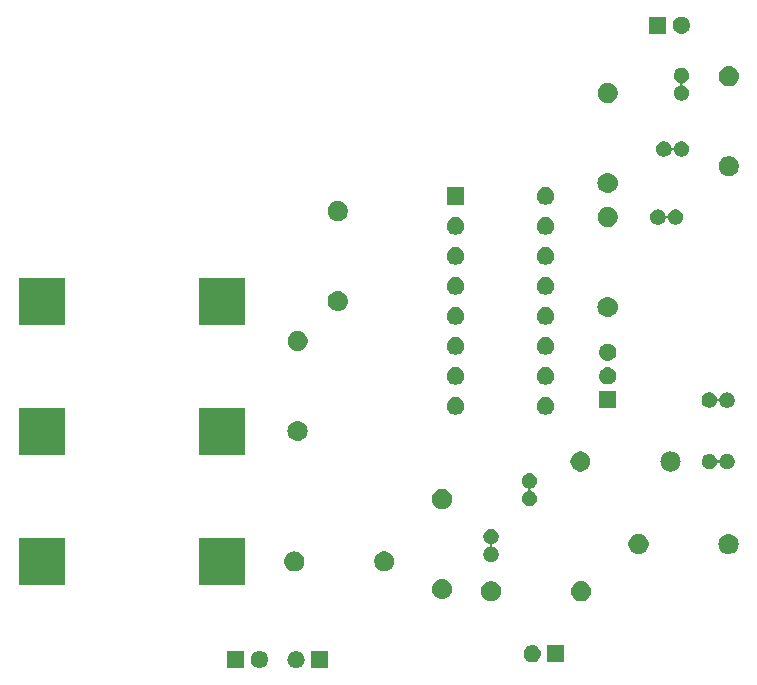
<source format=gbs>
G04 #@! TF.GenerationSoftware,KiCad,Pcbnew,(5.0.2)-1*
G04 #@! TF.CreationDate,2019-03-08T12:48:48+01:00*
G04 #@! TF.ProjectId,ECG_final,4543475f-6669-46e6-916c-2e6b69636164,rev?*
G04 #@! TF.SameCoordinates,Original*
G04 #@! TF.FileFunction,Soldermask,Bot*
G04 #@! TF.FilePolarity,Negative*
%FSLAX46Y46*%
G04 Gerber Fmt 4.6, Leading zero omitted, Abs format (unit mm)*
G04 Created by KiCad (PCBNEW (5.0.2)-1) date 08/03/2019 12:48:48*
%MOMM*%
%LPD*%
G01*
G04 APERTURE LIST*
%ADD10C,0.100000*%
G04 APERTURE END LIST*
D10*
G36*
X137096000Y-97191000D02*
X135644000Y-97191000D01*
X135644000Y-95739000D01*
X137096000Y-95739000D01*
X137096000Y-97191000D01*
X137096000Y-97191000D01*
G37*
G36*
X134426991Y-95741101D02*
X134512321Y-95749505D01*
X134649172Y-95791019D01*
X134649174Y-95791020D01*
X134649177Y-95791021D01*
X134775296Y-95858432D01*
X134885843Y-95949157D01*
X134976568Y-96059704D01*
X135043979Y-96185823D01*
X135043980Y-96185826D01*
X135043981Y-96185828D01*
X135085495Y-96322679D01*
X135099512Y-96465000D01*
X135085495Y-96607321D01*
X135043981Y-96744172D01*
X135043979Y-96744177D01*
X134976568Y-96870296D01*
X134885843Y-96980843D01*
X134775296Y-97071568D01*
X134649177Y-97138979D01*
X134649174Y-97138980D01*
X134649172Y-97138981D01*
X134512321Y-97180495D01*
X134426991Y-97188899D01*
X134405660Y-97191000D01*
X134334340Y-97191000D01*
X134313009Y-97188899D01*
X134227679Y-97180495D01*
X134090828Y-97138981D01*
X134090826Y-97138980D01*
X134090823Y-97138979D01*
X133964704Y-97071568D01*
X133854157Y-96980843D01*
X133763432Y-96870296D01*
X133696021Y-96744177D01*
X133696019Y-96744172D01*
X133654505Y-96607321D01*
X133640488Y-96465000D01*
X133654505Y-96322679D01*
X133696019Y-96185828D01*
X133696020Y-96185826D01*
X133696021Y-96185823D01*
X133763432Y-96059704D01*
X133854157Y-95949157D01*
X133964704Y-95858432D01*
X134090823Y-95791021D01*
X134090826Y-95791020D01*
X134090828Y-95791019D01*
X134227679Y-95749505D01*
X134313009Y-95741101D01*
X134334340Y-95739000D01*
X134405660Y-95739000D01*
X134426991Y-95741101D01*
X134426991Y-95741101D01*
G37*
G36*
X131326991Y-95741101D02*
X131412321Y-95749505D01*
X131549172Y-95791019D01*
X131549174Y-95791020D01*
X131549177Y-95791021D01*
X131675296Y-95858432D01*
X131785843Y-95949157D01*
X131876568Y-96059704D01*
X131943979Y-96185823D01*
X131943980Y-96185826D01*
X131943981Y-96185828D01*
X131985495Y-96322679D01*
X131999512Y-96465000D01*
X131985495Y-96607321D01*
X131943981Y-96744172D01*
X131943979Y-96744177D01*
X131876568Y-96870296D01*
X131785843Y-96980843D01*
X131675296Y-97071568D01*
X131549177Y-97138979D01*
X131549174Y-97138980D01*
X131549172Y-97138981D01*
X131412321Y-97180495D01*
X131326991Y-97188899D01*
X131305660Y-97191000D01*
X131234340Y-97191000D01*
X131213009Y-97188899D01*
X131127679Y-97180495D01*
X130990828Y-97138981D01*
X130990826Y-97138980D01*
X130990823Y-97138979D01*
X130864704Y-97071568D01*
X130754157Y-96980843D01*
X130663432Y-96870296D01*
X130596021Y-96744177D01*
X130596019Y-96744172D01*
X130554505Y-96607321D01*
X130540488Y-96465000D01*
X130554505Y-96322679D01*
X130596019Y-96185828D01*
X130596020Y-96185826D01*
X130596021Y-96185823D01*
X130663432Y-96059704D01*
X130754157Y-95949157D01*
X130864704Y-95858432D01*
X130990823Y-95791021D01*
X130990826Y-95791020D01*
X130990828Y-95791019D01*
X131127679Y-95749505D01*
X131213009Y-95741101D01*
X131234340Y-95739000D01*
X131305660Y-95739000D01*
X131326991Y-95741101D01*
X131326991Y-95741101D01*
G37*
G36*
X129996000Y-97191000D02*
X128544000Y-97191000D01*
X128544000Y-95739000D01*
X129996000Y-95739000D01*
X129996000Y-97191000D01*
X129996000Y-97191000D01*
G37*
G36*
X154426991Y-95246101D02*
X154512321Y-95254505D01*
X154649172Y-95296019D01*
X154649174Y-95296020D01*
X154649177Y-95296021D01*
X154775296Y-95363432D01*
X154885843Y-95454157D01*
X154976568Y-95564704D01*
X155043979Y-95690823D01*
X155043980Y-95690826D01*
X155043981Y-95690828D01*
X155085495Y-95827679D01*
X155099512Y-95970000D01*
X155085495Y-96112321D01*
X155043981Y-96249172D01*
X155043979Y-96249177D01*
X154976568Y-96375296D01*
X154885843Y-96485843D01*
X154775296Y-96576568D01*
X154649177Y-96643979D01*
X154649174Y-96643980D01*
X154649172Y-96643981D01*
X154512321Y-96685495D01*
X154426991Y-96693899D01*
X154405660Y-96696000D01*
X154334340Y-96696000D01*
X154313009Y-96693899D01*
X154227679Y-96685495D01*
X154090828Y-96643981D01*
X154090826Y-96643980D01*
X154090823Y-96643979D01*
X153964704Y-96576568D01*
X153854157Y-96485843D01*
X153763432Y-96375296D01*
X153696021Y-96249177D01*
X153696019Y-96249172D01*
X153654505Y-96112321D01*
X153640488Y-95970000D01*
X153654505Y-95827679D01*
X153696019Y-95690828D01*
X153696020Y-95690826D01*
X153696021Y-95690823D01*
X153763432Y-95564704D01*
X153854157Y-95454157D01*
X153964704Y-95363432D01*
X154090823Y-95296021D01*
X154090826Y-95296020D01*
X154090828Y-95296019D01*
X154227679Y-95254505D01*
X154313009Y-95246101D01*
X154334340Y-95244000D01*
X154405660Y-95244000D01*
X154426991Y-95246101D01*
X154426991Y-95246101D01*
G37*
G36*
X157096000Y-96696000D02*
X155644000Y-96696000D01*
X155644000Y-95244000D01*
X157096000Y-95244000D01*
X157096000Y-96696000D01*
X157096000Y-96696000D01*
G37*
G36*
X151128228Y-89861703D02*
X151283100Y-89925853D01*
X151422481Y-90018985D01*
X151541015Y-90137519D01*
X151634147Y-90276900D01*
X151698297Y-90431772D01*
X151731000Y-90596184D01*
X151731000Y-90763816D01*
X151698297Y-90928228D01*
X151634147Y-91083100D01*
X151541015Y-91222481D01*
X151422481Y-91341015D01*
X151283100Y-91434147D01*
X151128228Y-91498297D01*
X150963816Y-91531000D01*
X150796184Y-91531000D01*
X150631772Y-91498297D01*
X150476900Y-91434147D01*
X150337519Y-91341015D01*
X150218985Y-91222481D01*
X150125853Y-91083100D01*
X150061703Y-90928228D01*
X150029000Y-90763816D01*
X150029000Y-90596184D01*
X150061703Y-90431772D01*
X150125853Y-90276900D01*
X150218985Y-90137519D01*
X150337519Y-90018985D01*
X150476900Y-89925853D01*
X150631772Y-89861703D01*
X150796184Y-89829000D01*
X150963816Y-89829000D01*
X151128228Y-89861703D01*
X151128228Y-89861703D01*
G37*
G36*
X158666821Y-89841313D02*
X158666824Y-89841314D01*
X158666825Y-89841314D01*
X158827239Y-89889975D01*
X158827241Y-89889976D01*
X158827244Y-89889977D01*
X158975078Y-89968995D01*
X159104659Y-90075341D01*
X159211005Y-90204922D01*
X159290023Y-90352756D01*
X159290024Y-90352759D01*
X159290025Y-90352761D01*
X159331656Y-90490000D01*
X159338687Y-90513179D01*
X159355117Y-90680000D01*
X159338687Y-90846821D01*
X159338686Y-90846824D01*
X159338686Y-90846825D01*
X159313993Y-90928228D01*
X159290023Y-91007244D01*
X159211005Y-91155078D01*
X159104659Y-91284659D01*
X158975078Y-91391005D01*
X158827244Y-91470023D01*
X158827241Y-91470024D01*
X158827239Y-91470025D01*
X158666825Y-91518686D01*
X158666824Y-91518686D01*
X158666821Y-91518687D01*
X158541804Y-91531000D01*
X158458196Y-91531000D01*
X158333179Y-91518687D01*
X158333176Y-91518686D01*
X158333175Y-91518686D01*
X158172761Y-91470025D01*
X158172759Y-91470024D01*
X158172756Y-91470023D01*
X158024922Y-91391005D01*
X157895341Y-91284659D01*
X157788995Y-91155078D01*
X157709977Y-91007244D01*
X157686008Y-90928228D01*
X157661314Y-90846825D01*
X157661314Y-90846824D01*
X157661313Y-90846821D01*
X157644883Y-90680000D01*
X157661313Y-90513179D01*
X157668344Y-90490000D01*
X157709975Y-90352761D01*
X157709976Y-90352759D01*
X157709977Y-90352756D01*
X157788995Y-90204922D01*
X157895341Y-90075341D01*
X158024922Y-89968995D01*
X158172756Y-89889977D01*
X158172759Y-89889976D01*
X158172761Y-89889975D01*
X158333175Y-89841314D01*
X158333176Y-89841314D01*
X158333179Y-89841313D01*
X158458196Y-89829000D01*
X158541804Y-89829000D01*
X158666821Y-89841313D01*
X158666821Y-89841313D01*
G37*
G36*
X146896821Y-89651313D02*
X146896824Y-89651314D01*
X146896825Y-89651314D01*
X147057239Y-89699975D01*
X147057241Y-89699976D01*
X147057244Y-89699977D01*
X147205078Y-89778995D01*
X147334659Y-89885341D01*
X147441005Y-90014922D01*
X147520023Y-90162756D01*
X147520024Y-90162759D01*
X147520025Y-90162761D01*
X147568686Y-90323175D01*
X147568687Y-90323179D01*
X147585117Y-90490000D01*
X147568687Y-90656821D01*
X147568686Y-90656824D01*
X147568686Y-90656825D01*
X147536231Y-90763816D01*
X147520023Y-90817244D01*
X147441005Y-90965078D01*
X147334659Y-91094659D01*
X147205078Y-91201005D01*
X147057244Y-91280023D01*
X147057241Y-91280024D01*
X147057239Y-91280025D01*
X146896825Y-91328686D01*
X146896824Y-91328686D01*
X146896821Y-91328687D01*
X146771804Y-91341000D01*
X146688196Y-91341000D01*
X146563179Y-91328687D01*
X146563176Y-91328686D01*
X146563175Y-91328686D01*
X146402761Y-91280025D01*
X146402759Y-91280024D01*
X146402756Y-91280023D01*
X146254922Y-91201005D01*
X146125341Y-91094659D01*
X146018995Y-90965078D01*
X145939977Y-90817244D01*
X145923770Y-90763816D01*
X145891314Y-90656825D01*
X145891314Y-90656824D01*
X145891313Y-90656821D01*
X145874883Y-90490000D01*
X145891313Y-90323179D01*
X145891314Y-90323175D01*
X145939975Y-90162761D01*
X145939976Y-90162759D01*
X145939977Y-90162756D01*
X146018995Y-90014922D01*
X146125341Y-89885341D01*
X146254922Y-89778995D01*
X146402756Y-89699977D01*
X146402759Y-89699976D01*
X146402761Y-89699975D01*
X146563175Y-89651314D01*
X146563176Y-89651314D01*
X146563179Y-89651313D01*
X146688196Y-89639000D01*
X146771804Y-89639000D01*
X146896821Y-89651313D01*
X146896821Y-89651313D01*
G37*
G36*
X130086800Y-90116000D02*
X126174800Y-90116000D01*
X126174800Y-86204000D01*
X130086800Y-86204000D01*
X130086800Y-90116000D01*
X130086800Y-90116000D01*
G37*
G36*
X114796000Y-90116000D02*
X110884000Y-90116000D01*
X110884000Y-86204000D01*
X114796000Y-86204000D01*
X114796000Y-90116000D01*
X114796000Y-90116000D01*
G37*
G36*
X142088228Y-87341703D02*
X142243100Y-87405853D01*
X142382481Y-87498985D01*
X142501015Y-87617519D01*
X142594147Y-87756900D01*
X142658297Y-87911772D01*
X142691000Y-88076184D01*
X142691000Y-88243816D01*
X142658297Y-88408228D01*
X142594147Y-88563100D01*
X142501015Y-88702481D01*
X142382481Y-88821015D01*
X142243100Y-88914147D01*
X142088228Y-88978297D01*
X141923816Y-89011000D01*
X141756184Y-89011000D01*
X141591772Y-88978297D01*
X141436900Y-88914147D01*
X141297519Y-88821015D01*
X141178985Y-88702481D01*
X141085853Y-88563100D01*
X141021703Y-88408228D01*
X140989000Y-88243816D01*
X140989000Y-88076184D01*
X141021703Y-87911772D01*
X141085853Y-87756900D01*
X141178985Y-87617519D01*
X141297519Y-87498985D01*
X141436900Y-87405853D01*
X141591772Y-87341703D01*
X141756184Y-87309000D01*
X141923816Y-87309000D01*
X142088228Y-87341703D01*
X142088228Y-87341703D01*
G37*
G36*
X134386821Y-87321313D02*
X134386824Y-87321314D01*
X134386825Y-87321314D01*
X134547239Y-87369975D01*
X134547241Y-87369976D01*
X134547244Y-87369977D01*
X134695078Y-87448995D01*
X134824659Y-87555341D01*
X134931005Y-87684922D01*
X135010023Y-87832756D01*
X135010024Y-87832759D01*
X135010025Y-87832761D01*
X135050137Y-87964992D01*
X135058687Y-87993179D01*
X135075117Y-88160000D01*
X135058687Y-88326821D01*
X135058686Y-88326824D01*
X135058686Y-88326825D01*
X135033993Y-88408228D01*
X135010023Y-88487244D01*
X134931005Y-88635078D01*
X134824659Y-88764659D01*
X134695078Y-88871005D01*
X134547244Y-88950023D01*
X134547241Y-88950024D01*
X134547239Y-88950025D01*
X134386825Y-88998686D01*
X134386824Y-88998686D01*
X134386821Y-88998687D01*
X134261804Y-89011000D01*
X134178196Y-89011000D01*
X134053179Y-88998687D01*
X134053176Y-88998686D01*
X134053175Y-88998686D01*
X133892761Y-88950025D01*
X133892759Y-88950024D01*
X133892756Y-88950023D01*
X133744922Y-88871005D01*
X133615341Y-88764659D01*
X133508995Y-88635078D01*
X133429977Y-88487244D01*
X133406008Y-88408228D01*
X133381314Y-88326825D01*
X133381314Y-88326824D01*
X133381313Y-88326821D01*
X133364883Y-88160000D01*
X133381313Y-87993179D01*
X133389863Y-87964992D01*
X133429975Y-87832761D01*
X133429976Y-87832759D01*
X133429977Y-87832756D01*
X133508995Y-87684922D01*
X133615341Y-87555341D01*
X133744922Y-87448995D01*
X133892756Y-87369977D01*
X133892759Y-87369976D01*
X133892761Y-87369975D01*
X134053175Y-87321314D01*
X134053176Y-87321314D01*
X134053179Y-87321313D01*
X134178196Y-87309000D01*
X134261804Y-87309000D01*
X134386821Y-87321313D01*
X134386821Y-87321313D01*
G37*
G36*
X151069890Y-85424017D02*
X151188361Y-85473089D01*
X151294992Y-85544338D01*
X151385662Y-85635008D01*
X151456911Y-85741639D01*
X151505983Y-85860110D01*
X151531000Y-85985881D01*
X151531000Y-86114119D01*
X151505983Y-86239890D01*
X151456911Y-86358361D01*
X151456909Y-86358364D01*
X151398064Y-86446432D01*
X151385662Y-86464992D01*
X151294992Y-86555662D01*
X151188361Y-86626911D01*
X151069890Y-86675983D01*
X151062753Y-86677403D01*
X151039306Y-86684515D01*
X151017695Y-86696066D01*
X150998753Y-86711611D01*
X150983208Y-86730553D01*
X150971656Y-86752164D01*
X150964543Y-86775613D01*
X150962141Y-86799999D01*
X150964543Y-86824386D01*
X150971656Y-86847835D01*
X150983207Y-86869446D01*
X150998752Y-86888388D01*
X151017694Y-86903933D01*
X151039305Y-86915485D01*
X151062753Y-86922597D01*
X151069890Y-86924017D01*
X151188361Y-86973089D01*
X151188364Y-86973091D01*
X151261418Y-87021904D01*
X151294992Y-87044338D01*
X151385662Y-87135008D01*
X151456911Y-87241639D01*
X151505983Y-87360110D01*
X151531000Y-87485881D01*
X151531000Y-87614119D01*
X151505983Y-87739890D01*
X151456911Y-87858361D01*
X151385662Y-87964992D01*
X151294992Y-88055662D01*
X151188361Y-88126911D01*
X151069890Y-88175983D01*
X150944119Y-88201000D01*
X150815881Y-88201000D01*
X150690110Y-88175983D01*
X150571639Y-88126911D01*
X150465008Y-88055662D01*
X150374338Y-87964992D01*
X150303089Y-87858361D01*
X150254017Y-87739890D01*
X150229000Y-87614119D01*
X150229000Y-87485881D01*
X150254017Y-87360110D01*
X150303089Y-87241639D01*
X150374338Y-87135008D01*
X150465008Y-87044338D01*
X150498583Y-87021904D01*
X150571636Y-86973091D01*
X150571639Y-86973089D01*
X150690110Y-86924017D01*
X150697247Y-86922597D01*
X150720694Y-86915485D01*
X150742305Y-86903934D01*
X150761247Y-86888389D01*
X150776792Y-86869447D01*
X150788344Y-86847836D01*
X150795457Y-86824387D01*
X150797859Y-86800001D01*
X150795457Y-86775614D01*
X150788344Y-86752165D01*
X150776793Y-86730554D01*
X150761248Y-86711612D01*
X150742306Y-86696067D01*
X150720695Y-86684515D01*
X150697247Y-86677403D01*
X150690110Y-86675983D01*
X150571639Y-86626911D01*
X150465008Y-86555662D01*
X150374338Y-86464992D01*
X150361937Y-86446432D01*
X150303091Y-86358364D01*
X150303089Y-86358361D01*
X150254017Y-86239890D01*
X150229000Y-86114119D01*
X150229000Y-85985881D01*
X150254017Y-85860110D01*
X150303089Y-85741639D01*
X150374338Y-85635008D01*
X150465008Y-85544338D01*
X150571639Y-85473089D01*
X150690110Y-85424017D01*
X150815881Y-85399000D01*
X150944119Y-85399000D01*
X151069890Y-85424017D01*
X151069890Y-85424017D01*
G37*
G36*
X171149910Y-85855973D02*
X171149913Y-85855974D01*
X171149914Y-85855974D01*
X171310328Y-85904635D01*
X171310330Y-85904636D01*
X171310333Y-85904637D01*
X171458167Y-85983655D01*
X171587748Y-86090001D01*
X171694094Y-86219582D01*
X171773112Y-86367416D01*
X171773113Y-86367419D01*
X171773114Y-86367421D01*
X171821775Y-86527835D01*
X171821776Y-86527839D01*
X171838206Y-86694660D01*
X171821776Y-86861481D01*
X171821775Y-86861484D01*
X171821775Y-86861485D01*
X171787920Y-86973091D01*
X171773112Y-87021904D01*
X171694094Y-87169738D01*
X171587748Y-87299319D01*
X171458167Y-87405665D01*
X171310333Y-87484683D01*
X171310330Y-87484684D01*
X171310328Y-87484685D01*
X171149914Y-87533346D01*
X171149913Y-87533346D01*
X171149910Y-87533347D01*
X171024893Y-87545660D01*
X170941285Y-87545660D01*
X170816268Y-87533347D01*
X170816265Y-87533346D01*
X170816264Y-87533346D01*
X170655850Y-87484685D01*
X170655848Y-87484684D01*
X170655845Y-87484683D01*
X170508011Y-87405665D01*
X170378430Y-87299319D01*
X170272084Y-87169738D01*
X170193066Y-87021904D01*
X170178259Y-86973091D01*
X170144403Y-86861485D01*
X170144403Y-86861484D01*
X170144402Y-86861481D01*
X170127972Y-86694660D01*
X170144402Y-86527839D01*
X170144403Y-86527835D01*
X170193064Y-86367421D01*
X170193065Y-86367419D01*
X170193066Y-86367416D01*
X170272084Y-86219582D01*
X170378430Y-86090001D01*
X170508011Y-85983655D01*
X170655845Y-85904637D01*
X170655848Y-85904636D01*
X170655850Y-85904635D01*
X170816264Y-85855974D01*
X170816265Y-85855974D01*
X170816268Y-85855973D01*
X170941285Y-85843660D01*
X171024893Y-85843660D01*
X171149910Y-85855973D01*
X171149910Y-85855973D01*
G37*
G36*
X163611317Y-85876363D02*
X163766189Y-85940513D01*
X163905570Y-86033645D01*
X164024104Y-86152179D01*
X164117236Y-86291560D01*
X164181386Y-86446432D01*
X164214089Y-86610844D01*
X164214089Y-86778476D01*
X164181386Y-86942888D01*
X164117236Y-87097760D01*
X164024104Y-87237141D01*
X163905570Y-87355675D01*
X163766189Y-87448807D01*
X163611317Y-87512957D01*
X163446905Y-87545660D01*
X163279273Y-87545660D01*
X163114861Y-87512957D01*
X162959989Y-87448807D01*
X162820608Y-87355675D01*
X162702074Y-87237141D01*
X162608942Y-87097760D01*
X162544792Y-86942888D01*
X162512089Y-86778476D01*
X162512089Y-86610844D01*
X162544792Y-86446432D01*
X162608942Y-86291560D01*
X162702074Y-86152179D01*
X162820608Y-86033645D01*
X162959989Y-85940513D01*
X163114861Y-85876363D01*
X163279273Y-85843660D01*
X163446905Y-85843660D01*
X163611317Y-85876363D01*
X163611317Y-85876363D01*
G37*
G36*
X146978228Y-82051703D02*
X147133100Y-82115853D01*
X147272481Y-82208985D01*
X147391015Y-82327519D01*
X147484147Y-82466900D01*
X147548297Y-82621772D01*
X147581000Y-82786184D01*
X147581000Y-82953816D01*
X147548297Y-83118228D01*
X147484147Y-83273100D01*
X147391015Y-83412481D01*
X147272481Y-83531015D01*
X147133100Y-83624147D01*
X146978228Y-83688297D01*
X146813816Y-83721000D01*
X146646184Y-83721000D01*
X146481772Y-83688297D01*
X146326900Y-83624147D01*
X146187519Y-83531015D01*
X146068985Y-83412481D01*
X145975853Y-83273100D01*
X145911703Y-83118228D01*
X145879000Y-82953816D01*
X145879000Y-82786184D01*
X145911703Y-82621772D01*
X145975853Y-82466900D01*
X146068985Y-82327519D01*
X146187519Y-82208985D01*
X146326900Y-82115853D01*
X146481772Y-82051703D01*
X146646184Y-82019000D01*
X146813816Y-82019000D01*
X146978228Y-82051703D01*
X146978228Y-82051703D01*
G37*
G36*
X154319890Y-80704017D02*
X154438361Y-80753089D01*
X154544992Y-80824338D01*
X154635662Y-80915008D01*
X154706911Y-81021639D01*
X154755983Y-81140110D01*
X154781000Y-81265881D01*
X154781000Y-81394119D01*
X154755983Y-81519890D01*
X154706911Y-81638361D01*
X154635662Y-81744992D01*
X154544992Y-81835662D01*
X154438361Y-81906911D01*
X154319890Y-81955983D01*
X154312753Y-81957403D01*
X154289306Y-81964515D01*
X154267695Y-81976066D01*
X154248753Y-81991611D01*
X154233208Y-82010553D01*
X154221656Y-82032164D01*
X154214543Y-82055613D01*
X154212141Y-82079999D01*
X154214543Y-82104386D01*
X154221656Y-82127835D01*
X154233207Y-82149446D01*
X154248752Y-82168388D01*
X154267694Y-82183933D01*
X154289305Y-82195485D01*
X154312753Y-82202597D01*
X154319890Y-82204017D01*
X154438361Y-82253089D01*
X154544992Y-82324338D01*
X154635662Y-82415008D01*
X154635664Y-82415011D01*
X154635665Y-82415012D01*
X154706909Y-82521636D01*
X154706911Y-82521639D01*
X154755983Y-82640110D01*
X154781000Y-82765881D01*
X154781000Y-82894119D01*
X154755983Y-83019890D01*
X154706911Y-83138361D01*
X154635662Y-83244992D01*
X154544992Y-83335662D01*
X154438361Y-83406911D01*
X154319890Y-83455983D01*
X154194119Y-83481000D01*
X154065881Y-83481000D01*
X153940110Y-83455983D01*
X153821639Y-83406911D01*
X153715008Y-83335662D01*
X153624338Y-83244992D01*
X153553089Y-83138361D01*
X153504017Y-83019890D01*
X153479000Y-82894119D01*
X153479000Y-82765881D01*
X153504017Y-82640110D01*
X153553089Y-82521639D01*
X153553091Y-82521636D01*
X153624335Y-82415012D01*
X153624336Y-82415011D01*
X153624338Y-82415008D01*
X153715008Y-82324338D01*
X153821639Y-82253089D01*
X153940110Y-82204017D01*
X153947247Y-82202597D01*
X153970694Y-82195485D01*
X153992305Y-82183934D01*
X154011247Y-82168389D01*
X154026792Y-82149447D01*
X154038344Y-82127836D01*
X154045457Y-82104387D01*
X154047859Y-82080001D01*
X154045457Y-82055614D01*
X154038344Y-82032165D01*
X154026793Y-82010554D01*
X154011248Y-81991612D01*
X153992306Y-81976067D01*
X153970695Y-81964515D01*
X153947247Y-81957403D01*
X153940110Y-81955983D01*
X153821639Y-81906911D01*
X153715008Y-81835662D01*
X153624338Y-81744992D01*
X153553089Y-81638361D01*
X153504017Y-81519890D01*
X153479000Y-81394119D01*
X153479000Y-81265881D01*
X153504017Y-81140110D01*
X153553089Y-81021639D01*
X153624338Y-80915008D01*
X153715008Y-80824338D01*
X153821639Y-80753089D01*
X153940110Y-80704017D01*
X154065881Y-80679000D01*
X154194119Y-80679000D01*
X154319890Y-80704017D01*
X154319890Y-80704017D01*
G37*
G36*
X158698228Y-78881703D02*
X158853100Y-78945853D01*
X158992481Y-79038985D01*
X159111015Y-79157519D01*
X159204147Y-79296900D01*
X159268297Y-79451772D01*
X159301000Y-79616184D01*
X159301000Y-79783816D01*
X159268297Y-79948228D01*
X159204147Y-80103100D01*
X159111015Y-80242481D01*
X158992481Y-80361015D01*
X158853100Y-80454147D01*
X158698228Y-80518297D01*
X158533816Y-80551000D01*
X158366184Y-80551000D01*
X158201772Y-80518297D01*
X158046900Y-80454147D01*
X157907519Y-80361015D01*
X157788985Y-80242481D01*
X157695853Y-80103100D01*
X157631703Y-79948228D01*
X157599000Y-79783816D01*
X157599000Y-79616184D01*
X157631703Y-79451772D01*
X157695853Y-79296900D01*
X157788985Y-79157519D01*
X157907519Y-79038985D01*
X158046900Y-78945853D01*
X158201772Y-78881703D01*
X158366184Y-78849000D01*
X158533816Y-78849000D01*
X158698228Y-78881703D01*
X158698228Y-78881703D01*
G37*
G36*
X166236821Y-78861313D02*
X166236824Y-78861314D01*
X166236825Y-78861314D01*
X166397239Y-78909975D01*
X166397241Y-78909976D01*
X166397244Y-78909977D01*
X166545078Y-78988995D01*
X166674659Y-79095341D01*
X166781005Y-79224922D01*
X166860023Y-79372756D01*
X166860024Y-79372759D01*
X166860025Y-79372761D01*
X166900069Y-79504770D01*
X166908687Y-79533179D01*
X166925117Y-79700000D01*
X166908687Y-79866821D01*
X166908686Y-79866824D01*
X166908686Y-79866825D01*
X166867371Y-80003024D01*
X166860023Y-80027244D01*
X166781005Y-80175078D01*
X166674659Y-80304659D01*
X166545078Y-80411005D01*
X166397244Y-80490023D01*
X166397241Y-80490024D01*
X166397239Y-80490025D01*
X166236825Y-80538686D01*
X166236824Y-80538686D01*
X166236821Y-80538687D01*
X166111804Y-80551000D01*
X166028196Y-80551000D01*
X165903179Y-80538687D01*
X165903176Y-80538686D01*
X165903175Y-80538686D01*
X165742761Y-80490025D01*
X165742759Y-80490024D01*
X165742756Y-80490023D01*
X165594922Y-80411005D01*
X165465341Y-80304659D01*
X165358995Y-80175078D01*
X165279977Y-80027244D01*
X165272630Y-80003024D01*
X165231314Y-79866825D01*
X165231314Y-79866824D01*
X165231313Y-79866821D01*
X165214883Y-79700000D01*
X165231313Y-79533179D01*
X165239931Y-79504770D01*
X165279975Y-79372761D01*
X165279976Y-79372759D01*
X165279977Y-79372756D01*
X165358995Y-79224922D01*
X165465341Y-79095341D01*
X165594922Y-78988995D01*
X165742756Y-78909977D01*
X165742759Y-78909976D01*
X165742761Y-78909975D01*
X165903175Y-78861314D01*
X165903176Y-78861314D01*
X165903179Y-78861313D01*
X166028196Y-78849000D01*
X166111804Y-78849000D01*
X166236821Y-78861313D01*
X166236821Y-78861313D01*
G37*
G36*
X169552979Y-79068677D02*
X169671450Y-79117749D01*
X169778081Y-79188998D01*
X169868751Y-79279668D01*
X169940000Y-79386299D01*
X169989072Y-79504770D01*
X169990491Y-79511905D01*
X169997604Y-79535354D01*
X170009155Y-79556965D01*
X170024700Y-79575907D01*
X170043642Y-79591452D01*
X170065253Y-79603004D01*
X170088702Y-79610117D01*
X170113088Y-79612519D01*
X170137475Y-79610117D01*
X170160924Y-79603004D01*
X170182535Y-79591453D01*
X170201477Y-79575908D01*
X170217022Y-79556966D01*
X170228574Y-79535355D01*
X170235687Y-79511905D01*
X170237106Y-79504770D01*
X170286178Y-79386299D01*
X170357427Y-79279668D01*
X170448097Y-79188998D01*
X170554728Y-79117749D01*
X170673199Y-79068677D01*
X170798970Y-79043660D01*
X170927208Y-79043660D01*
X171052979Y-79068677D01*
X171171450Y-79117749D01*
X171278081Y-79188998D01*
X171368751Y-79279668D01*
X171440000Y-79386299D01*
X171489072Y-79504770D01*
X171514089Y-79630541D01*
X171514089Y-79758779D01*
X171489072Y-79884550D01*
X171440000Y-80003021D01*
X171368751Y-80109652D01*
X171278081Y-80200322D01*
X171171450Y-80271571D01*
X171052979Y-80320643D01*
X170927208Y-80345660D01*
X170798970Y-80345660D01*
X170673199Y-80320643D01*
X170554728Y-80271571D01*
X170448097Y-80200322D01*
X170357427Y-80109652D01*
X170286178Y-80003021D01*
X170237106Y-79884550D01*
X170235687Y-79877415D01*
X170228574Y-79853966D01*
X170217023Y-79832355D01*
X170201478Y-79813413D01*
X170182536Y-79797868D01*
X170160925Y-79786316D01*
X170137476Y-79779203D01*
X170113090Y-79776801D01*
X170088703Y-79779203D01*
X170065254Y-79786316D01*
X170043643Y-79797867D01*
X170024701Y-79813412D01*
X170009156Y-79832354D01*
X169997604Y-79853965D01*
X169990491Y-79877415D01*
X169989072Y-79884550D01*
X169940000Y-80003021D01*
X169868751Y-80109652D01*
X169778081Y-80200322D01*
X169671450Y-80271571D01*
X169552979Y-80320643D01*
X169427208Y-80345660D01*
X169298970Y-80345660D01*
X169173199Y-80320643D01*
X169054728Y-80271571D01*
X168948097Y-80200322D01*
X168857427Y-80109652D01*
X168786178Y-80003021D01*
X168737106Y-79884550D01*
X168712089Y-79758779D01*
X168712089Y-79630541D01*
X168737106Y-79504770D01*
X168786178Y-79386299D01*
X168857427Y-79279668D01*
X168948097Y-79188998D01*
X169054728Y-79117749D01*
X169173199Y-79068677D01*
X169298970Y-79043660D01*
X169427208Y-79043660D01*
X169552979Y-79068677D01*
X169552979Y-79068677D01*
G37*
G36*
X130086800Y-79116000D02*
X126174800Y-79116000D01*
X126174800Y-75204000D01*
X130086800Y-75204000D01*
X130086800Y-79116000D01*
X130086800Y-79116000D01*
G37*
G36*
X114796000Y-79116000D02*
X110884000Y-79116000D01*
X110884000Y-75204000D01*
X114796000Y-75204000D01*
X114796000Y-79116000D01*
X114796000Y-79116000D01*
G37*
G36*
X134666821Y-76281313D02*
X134666824Y-76281314D01*
X134666825Y-76281314D01*
X134827239Y-76329975D01*
X134827241Y-76329976D01*
X134827244Y-76329977D01*
X134975078Y-76408995D01*
X135104659Y-76515341D01*
X135211005Y-76644922D01*
X135290023Y-76792756D01*
X135338687Y-76953179D01*
X135355117Y-77120000D01*
X135338687Y-77286821D01*
X135290023Y-77447244D01*
X135211005Y-77595078D01*
X135104659Y-77724659D01*
X134975078Y-77831005D01*
X134827244Y-77910023D01*
X134827241Y-77910024D01*
X134827239Y-77910025D01*
X134666825Y-77958686D01*
X134666824Y-77958686D01*
X134666821Y-77958687D01*
X134541804Y-77971000D01*
X134458196Y-77971000D01*
X134333179Y-77958687D01*
X134333176Y-77958686D01*
X134333175Y-77958686D01*
X134172761Y-77910025D01*
X134172759Y-77910024D01*
X134172756Y-77910023D01*
X134024922Y-77831005D01*
X133895341Y-77724659D01*
X133788995Y-77595078D01*
X133709977Y-77447244D01*
X133661313Y-77286821D01*
X133644883Y-77120000D01*
X133661313Y-76953179D01*
X133709977Y-76792756D01*
X133788995Y-76644922D01*
X133895341Y-76515341D01*
X134024922Y-76408995D01*
X134172756Y-76329977D01*
X134172759Y-76329976D01*
X134172761Y-76329975D01*
X134333175Y-76281314D01*
X134333176Y-76281314D01*
X134333179Y-76281313D01*
X134458196Y-76269000D01*
X134541804Y-76269000D01*
X134666821Y-76281313D01*
X134666821Y-76281313D01*
G37*
G36*
X155718621Y-74279302D02*
X155855022Y-74335801D01*
X155977779Y-74417825D01*
X156082175Y-74522221D01*
X156164199Y-74644978D01*
X156220698Y-74781379D01*
X156249500Y-74926181D01*
X156249500Y-75073819D01*
X156220698Y-75218621D01*
X156164199Y-75355022D01*
X156082175Y-75477779D01*
X155977779Y-75582175D01*
X155855022Y-75664199D01*
X155718621Y-75720698D01*
X155573819Y-75749500D01*
X155426181Y-75749500D01*
X155281379Y-75720698D01*
X155144978Y-75664199D01*
X155022221Y-75582175D01*
X154917825Y-75477779D01*
X154835801Y-75355022D01*
X154779302Y-75218621D01*
X154750500Y-75073819D01*
X154750500Y-74926181D01*
X154779302Y-74781379D01*
X154835801Y-74644978D01*
X154917825Y-74522221D01*
X155022221Y-74417825D01*
X155144978Y-74335801D01*
X155281379Y-74279302D01*
X155426181Y-74250500D01*
X155573819Y-74250500D01*
X155718621Y-74279302D01*
X155718621Y-74279302D01*
G37*
G36*
X148098621Y-74279302D02*
X148235022Y-74335801D01*
X148357779Y-74417825D01*
X148462175Y-74522221D01*
X148544199Y-74644978D01*
X148600698Y-74781379D01*
X148629500Y-74926181D01*
X148629500Y-75073819D01*
X148600698Y-75218621D01*
X148544199Y-75355022D01*
X148462175Y-75477779D01*
X148357779Y-75582175D01*
X148235022Y-75664199D01*
X148098621Y-75720698D01*
X147953819Y-75749500D01*
X147806181Y-75749500D01*
X147661379Y-75720698D01*
X147524978Y-75664199D01*
X147402221Y-75582175D01*
X147297825Y-75477779D01*
X147215801Y-75355022D01*
X147159302Y-75218621D01*
X147130500Y-75073819D01*
X147130500Y-74926181D01*
X147159302Y-74781379D01*
X147215801Y-74644978D01*
X147297825Y-74522221D01*
X147402221Y-74417825D01*
X147524978Y-74335801D01*
X147661379Y-74279302D01*
X147806181Y-74250500D01*
X147953819Y-74250500D01*
X148098621Y-74279302D01*
X148098621Y-74279302D01*
G37*
G36*
X161476000Y-75176000D02*
X160024000Y-75176000D01*
X160024000Y-73724000D01*
X161476000Y-73724000D01*
X161476000Y-75176000D01*
X161476000Y-75176000D01*
G37*
G36*
X169549890Y-73864017D02*
X169668361Y-73913089D01*
X169774992Y-73984338D01*
X169865662Y-74075008D01*
X169936911Y-74181639D01*
X169985983Y-74300110D01*
X169987402Y-74307245D01*
X169994515Y-74330694D01*
X170006066Y-74352305D01*
X170021611Y-74371247D01*
X170040553Y-74386792D01*
X170062164Y-74398344D01*
X170085613Y-74405457D01*
X170109999Y-74407859D01*
X170134386Y-74405457D01*
X170157835Y-74398344D01*
X170179446Y-74386793D01*
X170198388Y-74371248D01*
X170213933Y-74352306D01*
X170225485Y-74330695D01*
X170232598Y-74307245D01*
X170234017Y-74300110D01*
X170283089Y-74181639D01*
X170354338Y-74075008D01*
X170445008Y-73984338D01*
X170551639Y-73913089D01*
X170670110Y-73864017D01*
X170795881Y-73839000D01*
X170924119Y-73839000D01*
X171049890Y-73864017D01*
X171168361Y-73913089D01*
X171274992Y-73984338D01*
X171365662Y-74075008D01*
X171436911Y-74181639D01*
X171485983Y-74300110D01*
X171511000Y-74425881D01*
X171511000Y-74554119D01*
X171485983Y-74679890D01*
X171436911Y-74798361D01*
X171365662Y-74904992D01*
X171274992Y-74995662D01*
X171168361Y-75066911D01*
X171049890Y-75115983D01*
X170924119Y-75141000D01*
X170795881Y-75141000D01*
X170670110Y-75115983D01*
X170551639Y-75066911D01*
X170445008Y-74995662D01*
X170354338Y-74904992D01*
X170283089Y-74798361D01*
X170234017Y-74679890D01*
X170232598Y-74672755D01*
X170225485Y-74649306D01*
X170213934Y-74627695D01*
X170198389Y-74608753D01*
X170179447Y-74593208D01*
X170157836Y-74581656D01*
X170134387Y-74574543D01*
X170110001Y-74572141D01*
X170085614Y-74574543D01*
X170062165Y-74581656D01*
X170040554Y-74593207D01*
X170021612Y-74608752D01*
X170006067Y-74627694D01*
X169994515Y-74649305D01*
X169987402Y-74672755D01*
X169985983Y-74679890D01*
X169936911Y-74798361D01*
X169865662Y-74904992D01*
X169774992Y-74995662D01*
X169668361Y-75066911D01*
X169549890Y-75115983D01*
X169424119Y-75141000D01*
X169295881Y-75141000D01*
X169170110Y-75115983D01*
X169051639Y-75066911D01*
X168945008Y-74995662D01*
X168854338Y-74904992D01*
X168783089Y-74798361D01*
X168734017Y-74679890D01*
X168709000Y-74554119D01*
X168709000Y-74425881D01*
X168734017Y-74300110D01*
X168783089Y-74181639D01*
X168854338Y-74075008D01*
X168945008Y-73984338D01*
X169051639Y-73913089D01*
X169170110Y-73864017D01*
X169295881Y-73839000D01*
X169424119Y-73839000D01*
X169549890Y-73864017D01*
X169549890Y-73864017D01*
G37*
G36*
X155718621Y-71739302D02*
X155855022Y-71795801D01*
X155977779Y-71877825D01*
X156082175Y-71982221D01*
X156164199Y-72104978D01*
X156220698Y-72241379D01*
X156249500Y-72386181D01*
X156249500Y-72533819D01*
X156220698Y-72678621D01*
X156164199Y-72815022D01*
X156082175Y-72937779D01*
X155977779Y-73042175D01*
X155855022Y-73124199D01*
X155718621Y-73180698D01*
X155573819Y-73209500D01*
X155426181Y-73209500D01*
X155281379Y-73180698D01*
X155144978Y-73124199D01*
X155022221Y-73042175D01*
X154917825Y-72937779D01*
X154835801Y-72815022D01*
X154779302Y-72678621D01*
X154750500Y-72533819D01*
X154750500Y-72386181D01*
X154779302Y-72241379D01*
X154835801Y-72104978D01*
X154917825Y-71982221D01*
X155022221Y-71877825D01*
X155144978Y-71795801D01*
X155281379Y-71739302D01*
X155426181Y-71710500D01*
X155573819Y-71710500D01*
X155718621Y-71739302D01*
X155718621Y-71739302D01*
G37*
G36*
X148098621Y-71739302D02*
X148235022Y-71795801D01*
X148357779Y-71877825D01*
X148462175Y-71982221D01*
X148544199Y-72104978D01*
X148600698Y-72241379D01*
X148629500Y-72386181D01*
X148629500Y-72533819D01*
X148600698Y-72678621D01*
X148544199Y-72815022D01*
X148462175Y-72937779D01*
X148357779Y-73042175D01*
X148235022Y-73124199D01*
X148098621Y-73180698D01*
X147953819Y-73209500D01*
X147806181Y-73209500D01*
X147661379Y-73180698D01*
X147524978Y-73124199D01*
X147402221Y-73042175D01*
X147297825Y-72937779D01*
X147215801Y-72815022D01*
X147159302Y-72678621D01*
X147130500Y-72533819D01*
X147130500Y-72386181D01*
X147159302Y-72241379D01*
X147215801Y-72104978D01*
X147297825Y-71982221D01*
X147402221Y-71877825D01*
X147524978Y-71795801D01*
X147661379Y-71739302D01*
X147806181Y-71710500D01*
X147953819Y-71710500D01*
X148098621Y-71739302D01*
X148098621Y-71739302D01*
G37*
G36*
X160806991Y-71726101D02*
X160892321Y-71734505D01*
X161029172Y-71776019D01*
X161029174Y-71776020D01*
X161029177Y-71776021D01*
X161155296Y-71843432D01*
X161265843Y-71934157D01*
X161356568Y-72044704D01*
X161423979Y-72170823D01*
X161423980Y-72170826D01*
X161423981Y-72170828D01*
X161465495Y-72307679D01*
X161479512Y-72450000D01*
X161465495Y-72592321D01*
X161423981Y-72729172D01*
X161423979Y-72729177D01*
X161356568Y-72855296D01*
X161265843Y-72965843D01*
X161155296Y-73056568D01*
X161029177Y-73123979D01*
X161029174Y-73123980D01*
X161029172Y-73123981D01*
X160892321Y-73165495D01*
X160806991Y-73173899D01*
X160785660Y-73176000D01*
X160714340Y-73176000D01*
X160693009Y-73173899D01*
X160607679Y-73165495D01*
X160470828Y-73123981D01*
X160470826Y-73123980D01*
X160470823Y-73123979D01*
X160344704Y-73056568D01*
X160234157Y-72965843D01*
X160143432Y-72855296D01*
X160076021Y-72729177D01*
X160076019Y-72729172D01*
X160034505Y-72592321D01*
X160020488Y-72450000D01*
X160034505Y-72307679D01*
X160076019Y-72170828D01*
X160076020Y-72170826D01*
X160076021Y-72170823D01*
X160143432Y-72044704D01*
X160234157Y-71934157D01*
X160344704Y-71843432D01*
X160470823Y-71776021D01*
X160470826Y-71776020D01*
X160470828Y-71776019D01*
X160607679Y-71734505D01*
X160693009Y-71726101D01*
X160714340Y-71724000D01*
X160785660Y-71724000D01*
X160806991Y-71726101D01*
X160806991Y-71726101D01*
G37*
G36*
X160806991Y-69726101D02*
X160892321Y-69734505D01*
X161029172Y-69776019D01*
X161029174Y-69776020D01*
X161029177Y-69776021D01*
X161155296Y-69843432D01*
X161265843Y-69934157D01*
X161356568Y-70044704D01*
X161423979Y-70170823D01*
X161423980Y-70170826D01*
X161423981Y-70170828D01*
X161465495Y-70307679D01*
X161479512Y-70450000D01*
X161465495Y-70592321D01*
X161423981Y-70729172D01*
X161423979Y-70729177D01*
X161356568Y-70855296D01*
X161265843Y-70965843D01*
X161155296Y-71056568D01*
X161029177Y-71123979D01*
X161029174Y-71123980D01*
X161029172Y-71123981D01*
X160892321Y-71165495D01*
X160806991Y-71173899D01*
X160785660Y-71176000D01*
X160714340Y-71176000D01*
X160693009Y-71173899D01*
X160607679Y-71165495D01*
X160470828Y-71123981D01*
X160470826Y-71123980D01*
X160470823Y-71123979D01*
X160344704Y-71056568D01*
X160234157Y-70965843D01*
X160143432Y-70855296D01*
X160076021Y-70729177D01*
X160076019Y-70729172D01*
X160034505Y-70592321D01*
X160020488Y-70450000D01*
X160034505Y-70307679D01*
X160076019Y-70170828D01*
X160076020Y-70170826D01*
X160076021Y-70170823D01*
X160143432Y-70044704D01*
X160234157Y-69934157D01*
X160344704Y-69843432D01*
X160470823Y-69776021D01*
X160470826Y-69776020D01*
X160470828Y-69776019D01*
X160607679Y-69734505D01*
X160693009Y-69726101D01*
X160714340Y-69724000D01*
X160785660Y-69724000D01*
X160806991Y-69726101D01*
X160806991Y-69726101D01*
G37*
G36*
X148098621Y-69199302D02*
X148235022Y-69255801D01*
X148357779Y-69337825D01*
X148462175Y-69442221D01*
X148544199Y-69564978D01*
X148600698Y-69701379D01*
X148629500Y-69846181D01*
X148629500Y-69993819D01*
X148600698Y-70138621D01*
X148544199Y-70275022D01*
X148462175Y-70397779D01*
X148357779Y-70502175D01*
X148235022Y-70584199D01*
X148098621Y-70640698D01*
X147953819Y-70669500D01*
X147806181Y-70669500D01*
X147661379Y-70640698D01*
X147524978Y-70584199D01*
X147402221Y-70502175D01*
X147297825Y-70397779D01*
X147215801Y-70275022D01*
X147159302Y-70138621D01*
X147130500Y-69993819D01*
X147130500Y-69846181D01*
X147159302Y-69701379D01*
X147215801Y-69564978D01*
X147297825Y-69442221D01*
X147402221Y-69337825D01*
X147524978Y-69255801D01*
X147661379Y-69199302D01*
X147806181Y-69170500D01*
X147953819Y-69170500D01*
X148098621Y-69199302D01*
X148098621Y-69199302D01*
G37*
G36*
X155718621Y-69199302D02*
X155855022Y-69255801D01*
X155977779Y-69337825D01*
X156082175Y-69442221D01*
X156164199Y-69564978D01*
X156220698Y-69701379D01*
X156249500Y-69846181D01*
X156249500Y-69993819D01*
X156220698Y-70138621D01*
X156164199Y-70275022D01*
X156082175Y-70397779D01*
X155977779Y-70502175D01*
X155855022Y-70584199D01*
X155718621Y-70640698D01*
X155573819Y-70669500D01*
X155426181Y-70669500D01*
X155281379Y-70640698D01*
X155144978Y-70584199D01*
X155022221Y-70502175D01*
X154917825Y-70397779D01*
X154835801Y-70275022D01*
X154779302Y-70138621D01*
X154750500Y-69993819D01*
X154750500Y-69846181D01*
X154779302Y-69701379D01*
X154835801Y-69564978D01*
X154917825Y-69442221D01*
X155022221Y-69337825D01*
X155144978Y-69255801D01*
X155281379Y-69199302D01*
X155426181Y-69170500D01*
X155573819Y-69170500D01*
X155718621Y-69199302D01*
X155718621Y-69199302D01*
G37*
G36*
X134748228Y-68681703D02*
X134903100Y-68745853D01*
X135042481Y-68838985D01*
X135161015Y-68957519D01*
X135254147Y-69096900D01*
X135318297Y-69251772D01*
X135351000Y-69416184D01*
X135351000Y-69583816D01*
X135318297Y-69748228D01*
X135254147Y-69903100D01*
X135161015Y-70042481D01*
X135042481Y-70161015D01*
X134903100Y-70254147D01*
X134748228Y-70318297D01*
X134583816Y-70351000D01*
X134416184Y-70351000D01*
X134251772Y-70318297D01*
X134096900Y-70254147D01*
X133957519Y-70161015D01*
X133838985Y-70042481D01*
X133745853Y-69903100D01*
X133681703Y-69748228D01*
X133649000Y-69583816D01*
X133649000Y-69416184D01*
X133681703Y-69251772D01*
X133745853Y-69096900D01*
X133838985Y-68957519D01*
X133957519Y-68838985D01*
X134096900Y-68745853D01*
X134251772Y-68681703D01*
X134416184Y-68649000D01*
X134583816Y-68649000D01*
X134748228Y-68681703D01*
X134748228Y-68681703D01*
G37*
G36*
X155718621Y-66659302D02*
X155855022Y-66715801D01*
X155977779Y-66797825D01*
X156082175Y-66902221D01*
X156164199Y-67024978D01*
X156220698Y-67161379D01*
X156249500Y-67306181D01*
X156249500Y-67453819D01*
X156220698Y-67598621D01*
X156164199Y-67735022D01*
X156082175Y-67857779D01*
X155977779Y-67962175D01*
X155855022Y-68044199D01*
X155718621Y-68100698D01*
X155573819Y-68129500D01*
X155426181Y-68129500D01*
X155281379Y-68100698D01*
X155144978Y-68044199D01*
X155022221Y-67962175D01*
X154917825Y-67857779D01*
X154835801Y-67735022D01*
X154779302Y-67598621D01*
X154750500Y-67453819D01*
X154750500Y-67306181D01*
X154779302Y-67161379D01*
X154835801Y-67024978D01*
X154917825Y-66902221D01*
X155022221Y-66797825D01*
X155144978Y-66715801D01*
X155281379Y-66659302D01*
X155426181Y-66630500D01*
X155573819Y-66630500D01*
X155718621Y-66659302D01*
X155718621Y-66659302D01*
G37*
G36*
X148098621Y-66659302D02*
X148235022Y-66715801D01*
X148357779Y-66797825D01*
X148462175Y-66902221D01*
X148544199Y-67024978D01*
X148600698Y-67161379D01*
X148629500Y-67306181D01*
X148629500Y-67453819D01*
X148600698Y-67598621D01*
X148544199Y-67735022D01*
X148462175Y-67857779D01*
X148357779Y-67962175D01*
X148235022Y-68044199D01*
X148098621Y-68100698D01*
X147953819Y-68129500D01*
X147806181Y-68129500D01*
X147661379Y-68100698D01*
X147524978Y-68044199D01*
X147402221Y-67962175D01*
X147297825Y-67857779D01*
X147215801Y-67735022D01*
X147159302Y-67598621D01*
X147130500Y-67453819D01*
X147130500Y-67306181D01*
X147159302Y-67161379D01*
X147215801Y-67024978D01*
X147297825Y-66902221D01*
X147402221Y-66797825D01*
X147524978Y-66715801D01*
X147661379Y-66659302D01*
X147806181Y-66630500D01*
X147953819Y-66630500D01*
X148098621Y-66659302D01*
X148098621Y-66659302D01*
G37*
G36*
X130086800Y-68116000D02*
X126174800Y-68116000D01*
X126174800Y-64204000D01*
X130086800Y-64204000D01*
X130086800Y-68116000D01*
X130086800Y-68116000D01*
G37*
G36*
X114796000Y-68116000D02*
X110884000Y-68116000D01*
X110884000Y-64204000D01*
X114796000Y-64204000D01*
X114796000Y-68116000D01*
X114796000Y-68116000D01*
G37*
G36*
X160916821Y-65781313D02*
X160916824Y-65781314D01*
X160916825Y-65781314D01*
X161077239Y-65829975D01*
X161077241Y-65829976D01*
X161077244Y-65829977D01*
X161225078Y-65908995D01*
X161354659Y-66015341D01*
X161461005Y-66144922D01*
X161540023Y-66292756D01*
X161588687Y-66453179D01*
X161605117Y-66620000D01*
X161588687Y-66786821D01*
X161588686Y-66786824D01*
X161588686Y-66786825D01*
X161551314Y-66910025D01*
X161540023Y-66947244D01*
X161461005Y-67095078D01*
X161354659Y-67224659D01*
X161225078Y-67331005D01*
X161077244Y-67410023D01*
X161077241Y-67410024D01*
X161077239Y-67410025D01*
X160916825Y-67458686D01*
X160916824Y-67458686D01*
X160916821Y-67458687D01*
X160791804Y-67471000D01*
X160708196Y-67471000D01*
X160583179Y-67458687D01*
X160583176Y-67458686D01*
X160583175Y-67458686D01*
X160422761Y-67410025D01*
X160422759Y-67410024D01*
X160422756Y-67410023D01*
X160274922Y-67331005D01*
X160145341Y-67224659D01*
X160038995Y-67095078D01*
X159959977Y-66947244D01*
X159948687Y-66910025D01*
X159911314Y-66786825D01*
X159911314Y-66786824D01*
X159911313Y-66786821D01*
X159894883Y-66620000D01*
X159911313Y-66453179D01*
X159959977Y-66292756D01*
X160038995Y-66144922D01*
X160145341Y-66015341D01*
X160274922Y-65908995D01*
X160422756Y-65829977D01*
X160422759Y-65829976D01*
X160422761Y-65829975D01*
X160583175Y-65781314D01*
X160583176Y-65781314D01*
X160583179Y-65781313D01*
X160708196Y-65769000D01*
X160791804Y-65769000D01*
X160916821Y-65781313D01*
X160916821Y-65781313D01*
G37*
G36*
X138066821Y-65281313D02*
X138066824Y-65281314D01*
X138066825Y-65281314D01*
X138227239Y-65329975D01*
X138227241Y-65329976D01*
X138227244Y-65329977D01*
X138375078Y-65408995D01*
X138504659Y-65515341D01*
X138611005Y-65644922D01*
X138690023Y-65792756D01*
X138690024Y-65792759D01*
X138690025Y-65792761D01*
X138701314Y-65829977D01*
X138738687Y-65953179D01*
X138755117Y-66120000D01*
X138738687Y-66286821D01*
X138690023Y-66447244D01*
X138611005Y-66595078D01*
X138504659Y-66724659D01*
X138375078Y-66831005D01*
X138227244Y-66910023D01*
X138227241Y-66910024D01*
X138227239Y-66910025D01*
X138066825Y-66958686D01*
X138066824Y-66958686D01*
X138066821Y-66958687D01*
X137941804Y-66971000D01*
X137858196Y-66971000D01*
X137733179Y-66958687D01*
X137733176Y-66958686D01*
X137733175Y-66958686D01*
X137572761Y-66910025D01*
X137572759Y-66910024D01*
X137572756Y-66910023D01*
X137424922Y-66831005D01*
X137295341Y-66724659D01*
X137188995Y-66595078D01*
X137109977Y-66447244D01*
X137061313Y-66286821D01*
X137044883Y-66120000D01*
X137061313Y-65953179D01*
X137098686Y-65829977D01*
X137109975Y-65792761D01*
X137109976Y-65792759D01*
X137109977Y-65792756D01*
X137188995Y-65644922D01*
X137295341Y-65515341D01*
X137424922Y-65408995D01*
X137572756Y-65329977D01*
X137572759Y-65329976D01*
X137572761Y-65329975D01*
X137733175Y-65281314D01*
X137733176Y-65281314D01*
X137733179Y-65281313D01*
X137858196Y-65269000D01*
X137941804Y-65269000D01*
X138066821Y-65281313D01*
X138066821Y-65281313D01*
G37*
G36*
X155718621Y-64119302D02*
X155855022Y-64175801D01*
X155977779Y-64257825D01*
X156082175Y-64362221D01*
X156164199Y-64484978D01*
X156220698Y-64621379D01*
X156249500Y-64766181D01*
X156249500Y-64913819D01*
X156220698Y-65058621D01*
X156164199Y-65195022D01*
X156082175Y-65317779D01*
X155977779Y-65422175D01*
X155855022Y-65504199D01*
X155718621Y-65560698D01*
X155573819Y-65589500D01*
X155426181Y-65589500D01*
X155281379Y-65560698D01*
X155144978Y-65504199D01*
X155022221Y-65422175D01*
X154917825Y-65317779D01*
X154835801Y-65195022D01*
X154779302Y-65058621D01*
X154750500Y-64913819D01*
X154750500Y-64766181D01*
X154779302Y-64621379D01*
X154835801Y-64484978D01*
X154917825Y-64362221D01*
X155022221Y-64257825D01*
X155144978Y-64175801D01*
X155281379Y-64119302D01*
X155426181Y-64090500D01*
X155573819Y-64090500D01*
X155718621Y-64119302D01*
X155718621Y-64119302D01*
G37*
G36*
X148098621Y-64119302D02*
X148235022Y-64175801D01*
X148357779Y-64257825D01*
X148462175Y-64362221D01*
X148544199Y-64484978D01*
X148600698Y-64621379D01*
X148629500Y-64766181D01*
X148629500Y-64913819D01*
X148600698Y-65058621D01*
X148544199Y-65195022D01*
X148462175Y-65317779D01*
X148357779Y-65422175D01*
X148235022Y-65504199D01*
X148098621Y-65560698D01*
X147953819Y-65589500D01*
X147806181Y-65589500D01*
X147661379Y-65560698D01*
X147524978Y-65504199D01*
X147402221Y-65422175D01*
X147297825Y-65317779D01*
X147215801Y-65195022D01*
X147159302Y-65058621D01*
X147130500Y-64913819D01*
X147130500Y-64766181D01*
X147159302Y-64621379D01*
X147215801Y-64484978D01*
X147297825Y-64362221D01*
X147402221Y-64257825D01*
X147524978Y-64175801D01*
X147661379Y-64119302D01*
X147806181Y-64090500D01*
X147953819Y-64090500D01*
X148098621Y-64119302D01*
X148098621Y-64119302D01*
G37*
G36*
X148098621Y-61579302D02*
X148235022Y-61635801D01*
X148357779Y-61717825D01*
X148462175Y-61822221D01*
X148544199Y-61944978D01*
X148600698Y-62081379D01*
X148629500Y-62226181D01*
X148629500Y-62373819D01*
X148600698Y-62518621D01*
X148544199Y-62655022D01*
X148462175Y-62777779D01*
X148357779Y-62882175D01*
X148235022Y-62964199D01*
X148098621Y-63020698D01*
X147953819Y-63049500D01*
X147806181Y-63049500D01*
X147661379Y-63020698D01*
X147524978Y-62964199D01*
X147402221Y-62882175D01*
X147297825Y-62777779D01*
X147215801Y-62655022D01*
X147159302Y-62518621D01*
X147130500Y-62373819D01*
X147130500Y-62226181D01*
X147159302Y-62081379D01*
X147215801Y-61944978D01*
X147297825Y-61822221D01*
X147402221Y-61717825D01*
X147524978Y-61635801D01*
X147661379Y-61579302D01*
X147806181Y-61550500D01*
X147953819Y-61550500D01*
X148098621Y-61579302D01*
X148098621Y-61579302D01*
G37*
G36*
X155718621Y-61579302D02*
X155855022Y-61635801D01*
X155977779Y-61717825D01*
X156082175Y-61822221D01*
X156164199Y-61944978D01*
X156220698Y-62081379D01*
X156249500Y-62226181D01*
X156249500Y-62373819D01*
X156220698Y-62518621D01*
X156164199Y-62655022D01*
X156082175Y-62777779D01*
X155977779Y-62882175D01*
X155855022Y-62964199D01*
X155718621Y-63020698D01*
X155573819Y-63049500D01*
X155426181Y-63049500D01*
X155281379Y-63020698D01*
X155144978Y-62964199D01*
X155022221Y-62882175D01*
X154917825Y-62777779D01*
X154835801Y-62655022D01*
X154779302Y-62518621D01*
X154750500Y-62373819D01*
X154750500Y-62226181D01*
X154779302Y-62081379D01*
X154835801Y-61944978D01*
X154917825Y-61822221D01*
X155022221Y-61717825D01*
X155144978Y-61635801D01*
X155281379Y-61579302D01*
X155426181Y-61550500D01*
X155573819Y-61550500D01*
X155718621Y-61579302D01*
X155718621Y-61579302D01*
G37*
G36*
X155718621Y-59039302D02*
X155855022Y-59095801D01*
X155977779Y-59177825D01*
X156082175Y-59282221D01*
X156164199Y-59404978D01*
X156220698Y-59541379D01*
X156249500Y-59686181D01*
X156249500Y-59833819D01*
X156220698Y-59978621D01*
X156164199Y-60115022D01*
X156082175Y-60237779D01*
X155977779Y-60342175D01*
X155855022Y-60424199D01*
X155718621Y-60480698D01*
X155573819Y-60509500D01*
X155426181Y-60509500D01*
X155281379Y-60480698D01*
X155144978Y-60424199D01*
X155022221Y-60342175D01*
X154917825Y-60237779D01*
X154835801Y-60115022D01*
X154779302Y-59978621D01*
X154750500Y-59833819D01*
X154750500Y-59686181D01*
X154779302Y-59541379D01*
X154835801Y-59404978D01*
X154917825Y-59282221D01*
X155022221Y-59177825D01*
X155144978Y-59095801D01*
X155281379Y-59039302D01*
X155426181Y-59010500D01*
X155573819Y-59010500D01*
X155718621Y-59039302D01*
X155718621Y-59039302D01*
G37*
G36*
X148098621Y-59039302D02*
X148235022Y-59095801D01*
X148357779Y-59177825D01*
X148462175Y-59282221D01*
X148544199Y-59404978D01*
X148600698Y-59541379D01*
X148629500Y-59686181D01*
X148629500Y-59833819D01*
X148600698Y-59978621D01*
X148544199Y-60115022D01*
X148462175Y-60237779D01*
X148357779Y-60342175D01*
X148235022Y-60424199D01*
X148098621Y-60480698D01*
X147953819Y-60509500D01*
X147806181Y-60509500D01*
X147661379Y-60480698D01*
X147524978Y-60424199D01*
X147402221Y-60342175D01*
X147297825Y-60237779D01*
X147215801Y-60115022D01*
X147159302Y-59978621D01*
X147130500Y-59833819D01*
X147130500Y-59686181D01*
X147159302Y-59541379D01*
X147215801Y-59404978D01*
X147297825Y-59282221D01*
X147402221Y-59177825D01*
X147524978Y-59095801D01*
X147661379Y-59039302D01*
X147806181Y-59010500D01*
X147953819Y-59010500D01*
X148098621Y-59039302D01*
X148098621Y-59039302D01*
G37*
G36*
X160998228Y-58181703D02*
X161153100Y-58245853D01*
X161292481Y-58338985D01*
X161411015Y-58457519D01*
X161504147Y-58596900D01*
X161568297Y-58751772D01*
X161601000Y-58916184D01*
X161601000Y-59083816D01*
X161568297Y-59248228D01*
X161504147Y-59403100D01*
X161411015Y-59542481D01*
X161292481Y-59661015D01*
X161153100Y-59754147D01*
X160998228Y-59818297D01*
X160833816Y-59851000D01*
X160666184Y-59851000D01*
X160501772Y-59818297D01*
X160346900Y-59754147D01*
X160207519Y-59661015D01*
X160088985Y-59542481D01*
X159995853Y-59403100D01*
X159931703Y-59248228D01*
X159899000Y-59083816D01*
X159899000Y-58916184D01*
X159931703Y-58751772D01*
X159995853Y-58596900D01*
X160088985Y-58457519D01*
X160207519Y-58338985D01*
X160346900Y-58245853D01*
X160501772Y-58181703D01*
X160666184Y-58149000D01*
X160833816Y-58149000D01*
X160998228Y-58181703D01*
X160998228Y-58181703D01*
G37*
G36*
X165189890Y-58374017D02*
X165308361Y-58423089D01*
X165414992Y-58494338D01*
X165505662Y-58585008D01*
X165576911Y-58691639D01*
X165625983Y-58810110D01*
X165627402Y-58817245D01*
X165634515Y-58840694D01*
X165646066Y-58862305D01*
X165661611Y-58881247D01*
X165680553Y-58896792D01*
X165702164Y-58908344D01*
X165725613Y-58915457D01*
X165749999Y-58917859D01*
X165774386Y-58915457D01*
X165797835Y-58908344D01*
X165819446Y-58896793D01*
X165838388Y-58881248D01*
X165853933Y-58862306D01*
X165865485Y-58840695D01*
X165872598Y-58817245D01*
X165874017Y-58810110D01*
X165923089Y-58691639D01*
X165994338Y-58585008D01*
X166085008Y-58494338D01*
X166191639Y-58423089D01*
X166310110Y-58374017D01*
X166435881Y-58349000D01*
X166564119Y-58349000D01*
X166689890Y-58374017D01*
X166808361Y-58423089D01*
X166914992Y-58494338D01*
X167005662Y-58585008D01*
X167076911Y-58691639D01*
X167125983Y-58810110D01*
X167151000Y-58935881D01*
X167151000Y-59064119D01*
X167125983Y-59189890D01*
X167076911Y-59308361D01*
X167005662Y-59414992D01*
X166914992Y-59505662D01*
X166808361Y-59576911D01*
X166689890Y-59625983D01*
X166564119Y-59651000D01*
X166435881Y-59651000D01*
X166310110Y-59625983D01*
X166191639Y-59576911D01*
X166085008Y-59505662D01*
X165994338Y-59414992D01*
X165923089Y-59308361D01*
X165874017Y-59189890D01*
X165872598Y-59182755D01*
X165865485Y-59159306D01*
X165853934Y-59137695D01*
X165838389Y-59118753D01*
X165819447Y-59103208D01*
X165797836Y-59091656D01*
X165774387Y-59084543D01*
X165750001Y-59082141D01*
X165725614Y-59084543D01*
X165702165Y-59091656D01*
X165680554Y-59103207D01*
X165661612Y-59118752D01*
X165646067Y-59137694D01*
X165634515Y-59159305D01*
X165627402Y-59182755D01*
X165625983Y-59189890D01*
X165576911Y-59308361D01*
X165505662Y-59414992D01*
X165414992Y-59505662D01*
X165308361Y-59576911D01*
X165189890Y-59625983D01*
X165064119Y-59651000D01*
X164935881Y-59651000D01*
X164810110Y-59625983D01*
X164691639Y-59576911D01*
X164585008Y-59505662D01*
X164494338Y-59414992D01*
X164423089Y-59308361D01*
X164374017Y-59189890D01*
X164349000Y-59064119D01*
X164349000Y-58935881D01*
X164374017Y-58810110D01*
X164423089Y-58691639D01*
X164494338Y-58585008D01*
X164585008Y-58494338D01*
X164691639Y-58423089D01*
X164810110Y-58374017D01*
X164935881Y-58349000D01*
X165064119Y-58349000D01*
X165189890Y-58374017D01*
X165189890Y-58374017D01*
G37*
G36*
X138148228Y-57681703D02*
X138303100Y-57745853D01*
X138442481Y-57838985D01*
X138561015Y-57957519D01*
X138654147Y-58096900D01*
X138718297Y-58251772D01*
X138751000Y-58416184D01*
X138751000Y-58583816D01*
X138718297Y-58748228D01*
X138654147Y-58903100D01*
X138561015Y-59042481D01*
X138442481Y-59161015D01*
X138303100Y-59254147D01*
X138148228Y-59318297D01*
X137983816Y-59351000D01*
X137816184Y-59351000D01*
X137651772Y-59318297D01*
X137496900Y-59254147D01*
X137357519Y-59161015D01*
X137238985Y-59042481D01*
X137145853Y-58903100D01*
X137081703Y-58748228D01*
X137049000Y-58583816D01*
X137049000Y-58416184D01*
X137081703Y-58251772D01*
X137145853Y-58096900D01*
X137238985Y-57957519D01*
X137357519Y-57838985D01*
X137496900Y-57745853D01*
X137651772Y-57681703D01*
X137816184Y-57649000D01*
X137983816Y-57649000D01*
X138148228Y-57681703D01*
X138148228Y-57681703D01*
G37*
G36*
X148629500Y-57969500D02*
X147130500Y-57969500D01*
X147130500Y-56470500D01*
X148629500Y-56470500D01*
X148629500Y-57969500D01*
X148629500Y-57969500D01*
G37*
G36*
X155718621Y-56499302D02*
X155855022Y-56555801D01*
X155977779Y-56637825D01*
X156082175Y-56742221D01*
X156164199Y-56864978D01*
X156220698Y-57001379D01*
X156249500Y-57146181D01*
X156249500Y-57293819D01*
X156220698Y-57438621D01*
X156164199Y-57575022D01*
X156082175Y-57697779D01*
X155977779Y-57802175D01*
X155855022Y-57884199D01*
X155718621Y-57940698D01*
X155573819Y-57969500D01*
X155426181Y-57969500D01*
X155281379Y-57940698D01*
X155144978Y-57884199D01*
X155022221Y-57802175D01*
X154917825Y-57697779D01*
X154835801Y-57575022D01*
X154779302Y-57438621D01*
X154750500Y-57293819D01*
X154750500Y-57146181D01*
X154779302Y-57001379D01*
X154835801Y-56864978D01*
X154917825Y-56742221D01*
X155022221Y-56637825D01*
X155144978Y-56555801D01*
X155281379Y-56499302D01*
X155426181Y-56470500D01*
X155573819Y-56470500D01*
X155718621Y-56499302D01*
X155718621Y-56499302D01*
G37*
G36*
X160916821Y-55281313D02*
X160916824Y-55281314D01*
X160916825Y-55281314D01*
X161077239Y-55329975D01*
X161077241Y-55329976D01*
X161077244Y-55329977D01*
X161225078Y-55408995D01*
X161354659Y-55515341D01*
X161461005Y-55644922D01*
X161540023Y-55792756D01*
X161588687Y-55953179D01*
X161605117Y-56120000D01*
X161588687Y-56286821D01*
X161540023Y-56447244D01*
X161461005Y-56595078D01*
X161354659Y-56724659D01*
X161225078Y-56831005D01*
X161077244Y-56910023D01*
X161077241Y-56910024D01*
X161077239Y-56910025D01*
X160916825Y-56958686D01*
X160916824Y-56958686D01*
X160916821Y-56958687D01*
X160791804Y-56971000D01*
X160708196Y-56971000D01*
X160583179Y-56958687D01*
X160583176Y-56958686D01*
X160583175Y-56958686D01*
X160422761Y-56910025D01*
X160422759Y-56910024D01*
X160422756Y-56910023D01*
X160274922Y-56831005D01*
X160145341Y-56724659D01*
X160038995Y-56595078D01*
X159959977Y-56447244D01*
X159911313Y-56286821D01*
X159894883Y-56120000D01*
X159911313Y-55953179D01*
X159959977Y-55792756D01*
X160038995Y-55644922D01*
X160145341Y-55515341D01*
X160274922Y-55408995D01*
X160422756Y-55329977D01*
X160422759Y-55329976D01*
X160422761Y-55329975D01*
X160583175Y-55281314D01*
X160583176Y-55281314D01*
X160583179Y-55281313D01*
X160708196Y-55269000D01*
X160791804Y-55269000D01*
X160916821Y-55281313D01*
X160916821Y-55281313D01*
G37*
G36*
X171248228Y-53881703D02*
X171403100Y-53945853D01*
X171542481Y-54038985D01*
X171661015Y-54157519D01*
X171754147Y-54296900D01*
X171818297Y-54451772D01*
X171851000Y-54616184D01*
X171851000Y-54783816D01*
X171818297Y-54948228D01*
X171754147Y-55103100D01*
X171661015Y-55242481D01*
X171542481Y-55361015D01*
X171403100Y-55454147D01*
X171248228Y-55518297D01*
X171083816Y-55551000D01*
X170916184Y-55551000D01*
X170751772Y-55518297D01*
X170596900Y-55454147D01*
X170457519Y-55361015D01*
X170338985Y-55242481D01*
X170245853Y-55103100D01*
X170181703Y-54948228D01*
X170149000Y-54783816D01*
X170149000Y-54616184D01*
X170181703Y-54451772D01*
X170245853Y-54296900D01*
X170338985Y-54157519D01*
X170457519Y-54038985D01*
X170596900Y-53945853D01*
X170751772Y-53881703D01*
X170916184Y-53849000D01*
X171083816Y-53849000D01*
X171248228Y-53881703D01*
X171248228Y-53881703D01*
G37*
G36*
X165689890Y-52624017D02*
X165808361Y-52673089D01*
X165914992Y-52744338D01*
X166005662Y-52835008D01*
X166076911Y-52941639D01*
X166125983Y-53060110D01*
X166127402Y-53067245D01*
X166134515Y-53090694D01*
X166146066Y-53112305D01*
X166161611Y-53131247D01*
X166180553Y-53146792D01*
X166202164Y-53158344D01*
X166225613Y-53165457D01*
X166249999Y-53167859D01*
X166274386Y-53165457D01*
X166297835Y-53158344D01*
X166319446Y-53146793D01*
X166338388Y-53131248D01*
X166353933Y-53112306D01*
X166365485Y-53090695D01*
X166372598Y-53067245D01*
X166374017Y-53060110D01*
X166423089Y-52941639D01*
X166494338Y-52835008D01*
X166585008Y-52744338D01*
X166691639Y-52673089D01*
X166810110Y-52624017D01*
X166935881Y-52599000D01*
X167064119Y-52599000D01*
X167189890Y-52624017D01*
X167308361Y-52673089D01*
X167414992Y-52744338D01*
X167505662Y-52835008D01*
X167576911Y-52941639D01*
X167625983Y-53060110D01*
X167651000Y-53185881D01*
X167651000Y-53314119D01*
X167625983Y-53439890D01*
X167576911Y-53558361D01*
X167505662Y-53664992D01*
X167414992Y-53755662D01*
X167308361Y-53826911D01*
X167189890Y-53875983D01*
X167064119Y-53901000D01*
X166935881Y-53901000D01*
X166810110Y-53875983D01*
X166691639Y-53826911D01*
X166585008Y-53755662D01*
X166494338Y-53664992D01*
X166423089Y-53558361D01*
X166374017Y-53439890D01*
X166372598Y-53432755D01*
X166365485Y-53409306D01*
X166353934Y-53387695D01*
X166338389Y-53368753D01*
X166319447Y-53353208D01*
X166297836Y-53341656D01*
X166274387Y-53334543D01*
X166250001Y-53332141D01*
X166225614Y-53334543D01*
X166202165Y-53341656D01*
X166180554Y-53353207D01*
X166161612Y-53368752D01*
X166146067Y-53387694D01*
X166134515Y-53409305D01*
X166127402Y-53432755D01*
X166125983Y-53439890D01*
X166076911Y-53558361D01*
X166005662Y-53664992D01*
X165914992Y-53755662D01*
X165808361Y-53826911D01*
X165689890Y-53875983D01*
X165564119Y-53901000D01*
X165435881Y-53901000D01*
X165310110Y-53875983D01*
X165191639Y-53826911D01*
X165085008Y-53755662D01*
X164994338Y-53664992D01*
X164923089Y-53558361D01*
X164874017Y-53439890D01*
X164849000Y-53314119D01*
X164849000Y-53185881D01*
X164874017Y-53060110D01*
X164923089Y-52941639D01*
X164994338Y-52835008D01*
X165085008Y-52744338D01*
X165191639Y-52673089D01*
X165310110Y-52624017D01*
X165435881Y-52599000D01*
X165564119Y-52599000D01*
X165689890Y-52624017D01*
X165689890Y-52624017D01*
G37*
G36*
X160998228Y-47681703D02*
X161153100Y-47745853D01*
X161292481Y-47838985D01*
X161411015Y-47957519D01*
X161504147Y-48096900D01*
X161568297Y-48251772D01*
X161601000Y-48416184D01*
X161601000Y-48583816D01*
X161568297Y-48748228D01*
X161504147Y-48903100D01*
X161411015Y-49042481D01*
X161292481Y-49161015D01*
X161153100Y-49254147D01*
X160998228Y-49318297D01*
X160833816Y-49351000D01*
X160666184Y-49351000D01*
X160501772Y-49318297D01*
X160346900Y-49254147D01*
X160207519Y-49161015D01*
X160088985Y-49042481D01*
X159995853Y-48903100D01*
X159931703Y-48748228D01*
X159899000Y-48583816D01*
X159899000Y-48416184D01*
X159931703Y-48251772D01*
X159995853Y-48096900D01*
X160088985Y-47957519D01*
X160207519Y-47838985D01*
X160346900Y-47745853D01*
X160501772Y-47681703D01*
X160666184Y-47649000D01*
X160833816Y-47649000D01*
X160998228Y-47681703D01*
X160998228Y-47681703D01*
G37*
G36*
X167189890Y-46374017D02*
X167308361Y-46423089D01*
X167308364Y-46423091D01*
X167386562Y-46475341D01*
X167414992Y-46494338D01*
X167505662Y-46585008D01*
X167576911Y-46691639D01*
X167625983Y-46810110D01*
X167651000Y-46935881D01*
X167651000Y-47064119D01*
X167625983Y-47189890D01*
X167576911Y-47308361D01*
X167576909Y-47308364D01*
X167510843Y-47407239D01*
X167505662Y-47414992D01*
X167414992Y-47505662D01*
X167308361Y-47576911D01*
X167189890Y-47625983D01*
X167182753Y-47627403D01*
X167159306Y-47634515D01*
X167137695Y-47646066D01*
X167118753Y-47661611D01*
X167103208Y-47680553D01*
X167091656Y-47702164D01*
X167084543Y-47725613D01*
X167082141Y-47749999D01*
X167084543Y-47774386D01*
X167091656Y-47797835D01*
X167103207Y-47819446D01*
X167118752Y-47838388D01*
X167137694Y-47853933D01*
X167159305Y-47865485D01*
X167182753Y-47872597D01*
X167189890Y-47874017D01*
X167308361Y-47923089D01*
X167414992Y-47994338D01*
X167505662Y-48085008D01*
X167576911Y-48191639D01*
X167625983Y-48310110D01*
X167651000Y-48435881D01*
X167651000Y-48564119D01*
X167625983Y-48689890D01*
X167576911Y-48808361D01*
X167505662Y-48914992D01*
X167414992Y-49005662D01*
X167308361Y-49076911D01*
X167189890Y-49125983D01*
X167064119Y-49151000D01*
X166935881Y-49151000D01*
X166810110Y-49125983D01*
X166691639Y-49076911D01*
X166585008Y-49005662D01*
X166494338Y-48914992D01*
X166423089Y-48808361D01*
X166374017Y-48689890D01*
X166349000Y-48564119D01*
X166349000Y-48435881D01*
X166374017Y-48310110D01*
X166423089Y-48191639D01*
X166494338Y-48085008D01*
X166585008Y-47994338D01*
X166691639Y-47923089D01*
X166810110Y-47874017D01*
X166817247Y-47872597D01*
X166840694Y-47865485D01*
X166862305Y-47853934D01*
X166881247Y-47838389D01*
X166896792Y-47819447D01*
X166908344Y-47797836D01*
X166915457Y-47774387D01*
X166917859Y-47750001D01*
X166915457Y-47725614D01*
X166908344Y-47702165D01*
X166896793Y-47680554D01*
X166881248Y-47661612D01*
X166862306Y-47646067D01*
X166840695Y-47634515D01*
X166817247Y-47627403D01*
X166810110Y-47625983D01*
X166691639Y-47576911D01*
X166585008Y-47505662D01*
X166494338Y-47414992D01*
X166489158Y-47407239D01*
X166423091Y-47308364D01*
X166423089Y-47308361D01*
X166374017Y-47189890D01*
X166349000Y-47064119D01*
X166349000Y-46935881D01*
X166374017Y-46810110D01*
X166423089Y-46691639D01*
X166494338Y-46585008D01*
X166585008Y-46494338D01*
X166613439Y-46475341D01*
X166691636Y-46423091D01*
X166691639Y-46423089D01*
X166810110Y-46374017D01*
X166935881Y-46349000D01*
X167064119Y-46349000D01*
X167189890Y-46374017D01*
X167189890Y-46374017D01*
G37*
G36*
X171166821Y-46241313D02*
X171166824Y-46241314D01*
X171166825Y-46241314D01*
X171327239Y-46289975D01*
X171327241Y-46289976D01*
X171327244Y-46289977D01*
X171475078Y-46368995D01*
X171604659Y-46475341D01*
X171711005Y-46604922D01*
X171790023Y-46752756D01*
X171790024Y-46752759D01*
X171790025Y-46752761D01*
X171838686Y-46913175D01*
X171838687Y-46913179D01*
X171855117Y-47080000D01*
X171838687Y-47246821D01*
X171790023Y-47407244D01*
X171711005Y-47555078D01*
X171604659Y-47684659D01*
X171475078Y-47791005D01*
X171327244Y-47870023D01*
X171327241Y-47870024D01*
X171327239Y-47870025D01*
X171166825Y-47918686D01*
X171166824Y-47918686D01*
X171166821Y-47918687D01*
X171041804Y-47931000D01*
X170958196Y-47931000D01*
X170833179Y-47918687D01*
X170833176Y-47918686D01*
X170833175Y-47918686D01*
X170672761Y-47870025D01*
X170672759Y-47870024D01*
X170672756Y-47870023D01*
X170524922Y-47791005D01*
X170395341Y-47684659D01*
X170288995Y-47555078D01*
X170209977Y-47407244D01*
X170161313Y-47246821D01*
X170144883Y-47080000D01*
X170161313Y-46913179D01*
X170161314Y-46913175D01*
X170209975Y-46752761D01*
X170209976Y-46752759D01*
X170209977Y-46752756D01*
X170288995Y-46604922D01*
X170395341Y-46475341D01*
X170524922Y-46368995D01*
X170672756Y-46289977D01*
X170672759Y-46289976D01*
X170672761Y-46289975D01*
X170833175Y-46241314D01*
X170833176Y-46241314D01*
X170833179Y-46241313D01*
X170958196Y-46229000D01*
X171041804Y-46229000D01*
X171166821Y-46241313D01*
X171166821Y-46241313D01*
G37*
G36*
X167056991Y-42026101D02*
X167142321Y-42034505D01*
X167279172Y-42076019D01*
X167279174Y-42076020D01*
X167279177Y-42076021D01*
X167405296Y-42143432D01*
X167515843Y-42234157D01*
X167606568Y-42344704D01*
X167673979Y-42470823D01*
X167673980Y-42470826D01*
X167673981Y-42470828D01*
X167715495Y-42607679D01*
X167729512Y-42750000D01*
X167715495Y-42892321D01*
X167673981Y-43029172D01*
X167673979Y-43029177D01*
X167606568Y-43155296D01*
X167515843Y-43265843D01*
X167405296Y-43356568D01*
X167279177Y-43423979D01*
X167279174Y-43423980D01*
X167279172Y-43423981D01*
X167142321Y-43465495D01*
X167056991Y-43473899D01*
X167035660Y-43476000D01*
X166964340Y-43476000D01*
X166943009Y-43473899D01*
X166857679Y-43465495D01*
X166720828Y-43423981D01*
X166720826Y-43423980D01*
X166720823Y-43423979D01*
X166594704Y-43356568D01*
X166484157Y-43265843D01*
X166393432Y-43155296D01*
X166326021Y-43029177D01*
X166326019Y-43029172D01*
X166284505Y-42892321D01*
X166270488Y-42750000D01*
X166284505Y-42607679D01*
X166326019Y-42470828D01*
X166326020Y-42470826D01*
X166326021Y-42470823D01*
X166393432Y-42344704D01*
X166484157Y-42234157D01*
X166594704Y-42143432D01*
X166720823Y-42076021D01*
X166720826Y-42076020D01*
X166720828Y-42076019D01*
X166857679Y-42034505D01*
X166943009Y-42026101D01*
X166964340Y-42024000D01*
X167035660Y-42024000D01*
X167056991Y-42026101D01*
X167056991Y-42026101D01*
G37*
G36*
X165726000Y-43476000D02*
X164274000Y-43476000D01*
X164274000Y-42024000D01*
X165726000Y-42024000D01*
X165726000Y-43476000D01*
X165726000Y-43476000D01*
G37*
M02*

</source>
